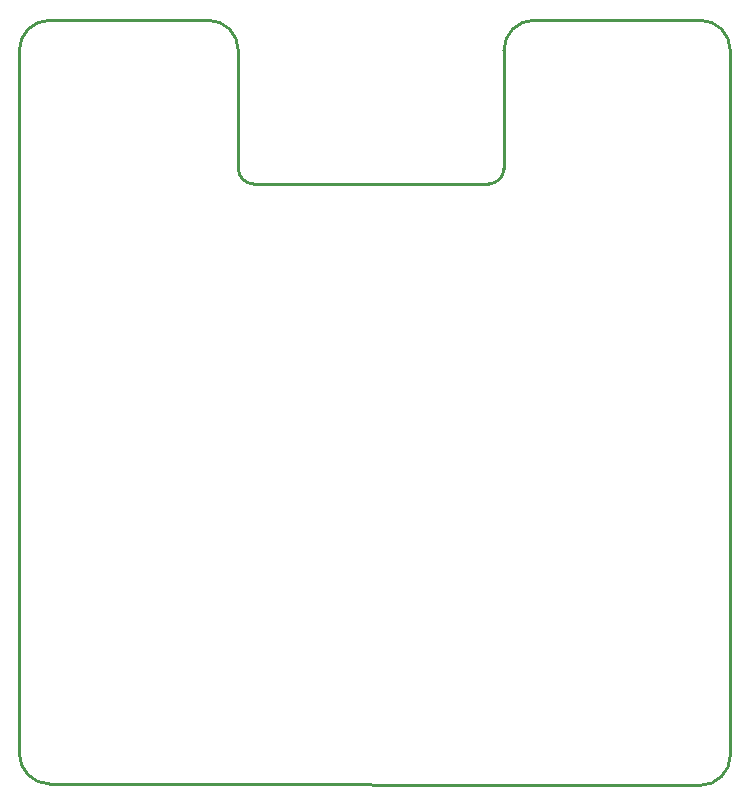
<source format=gko>
G04*
G04 #@! TF.GenerationSoftware,Altium Limited,Altium Designer,24.4.1 (13)*
G04*
G04 Layer_Color=16711935*
%FSTAX24Y24*%
%MOIN*%
G70*
G04*
G04 #@! TF.SameCoordinates,973A198C-3906-4392-A1E8-A13353080A71*
G04*
G04*
G04 #@! TF.FilePolarity,Positive*
G04*
G01*
G75*
%ADD13C,0.0100*%
D13*
X0073Y02445D02*
G03*
X0063Y02545I-001J0D01*
G01*
X0073Y0205D02*
G03*
X0078Y02I0005J0D01*
G01*
X01565D02*
G03*
X01615Y0205I0J0005D01*
G01*
X0Y001D02*
G03*
X001Y0I001J0D01*
G01*
Y02545D02*
G03*
X0Y02445I0J-001D01*
G01*
X01715Y02545D02*
G03*
X01615Y02445I0J-001D01*
G01*
X0227Y-00005D02*
G03*
X0237Y00095I0J001D01*
G01*
Y02445D02*
G03*
X0227Y02545I-001J0D01*
G01*
X0073Y0205D02*
Y02445D01*
X001Y02545D02*
X0063D01*
X01715D02*
X0227D01*
X01615Y0205D02*
Y021D01*
X0078Y02D02*
X01565D01*
X001Y000001D02*
X02265Y-00005D01*
X-0Y001D02*
X0Y02445D01*
X01615Y021D02*
Y02445D01*
X0237Y00095D02*
X0237Y02445D01*
M02*

</source>
